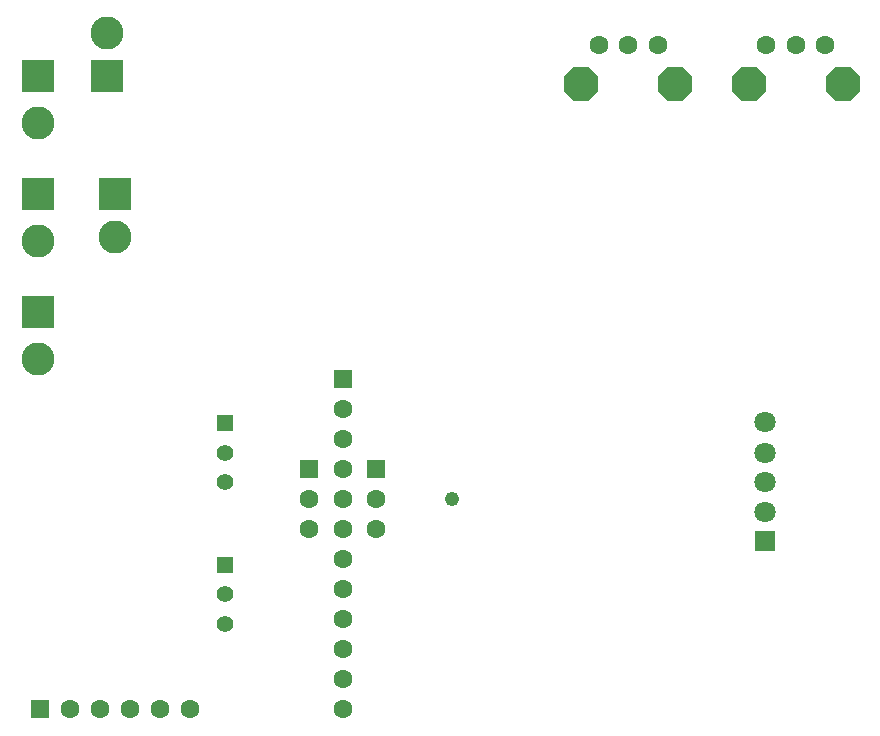
<source format=gbs>
G04*
G04 #@! TF.GenerationSoftware,Altium Limited,Altium Designer,24.2.2 (26)*
G04*
G04 Layer_Color=16711935*
%FSLAX44Y44*%
%MOMM*%
G71*
G04*
G04 #@! TF.SameCoordinates,CC1128A4-4406-4156-BFDA-932D597DC64E*
G04*
G04*
G04 #@! TF.FilePolarity,Negative*
G04*
G01*
G75*
%ADD58C,1.6000*%
%ADD59R,1.6000X1.6000*%
%ADD60R,1.6000X1.6000*%
%ADD61R,1.4000X1.4000*%
%ADD62C,1.4000*%
%ADD63R,2.8000X2.8000*%
%ADD64C,2.8000*%
G04:AMPARAMS|DCode=65|XSize=2.8mm|YSize=2.8mm|CornerRadius=0mm|HoleSize=0mm|Usage=FLASHONLY|Rotation=270.000|XOffset=0mm|YOffset=0mm|HoleType=Round|Shape=Octagon|*
%AMOCTAGOND65*
4,1,8,-0.7000,-1.4000,0.7000,-1.4000,1.4000,-0.7000,1.4000,0.7000,0.7000,1.4000,-0.7000,1.4000,-1.4000,0.7000,-1.4000,-0.7000,-0.7000,-1.4000,0.0*
%
%ADD65OCTAGOND65*%

%ADD66C,1.8000*%
%ADD67R,1.8000X1.8000*%
%ADD68C,1.2400*%
D58*
X299000Y51000D02*
D03*
X400000Y229000D02*
D03*
Y203600D02*
D03*
X197400Y51000D02*
D03*
X222800D02*
D03*
X248200D02*
D03*
X273600D02*
D03*
X456898Y229201D02*
D03*
Y203801D02*
D03*
X429000Y76800D02*
D03*
Y102200D02*
D03*
Y280000D02*
D03*
Y254600D02*
D03*
Y203800D02*
D03*
Y178400D02*
D03*
Y127600D02*
D03*
Y305400D02*
D03*
Y229200D02*
D03*
Y153000D02*
D03*
Y51400D02*
D03*
X787000Y613000D02*
D03*
X837000D02*
D03*
X812000Y613500D02*
D03*
X645000Y613000D02*
D03*
X695000D02*
D03*
X670000Y613500D02*
D03*
D59*
X400000Y254400D02*
D03*
X456898Y254601D02*
D03*
X429000Y330800D02*
D03*
D60*
X172000Y51000D02*
D03*
D61*
X329000Y173000D02*
D03*
Y293000D02*
D03*
D62*
Y148000D02*
D03*
Y123000D02*
D03*
Y268000D02*
D03*
Y243000D02*
D03*
D63*
X236000Y487000D02*
D03*
X170000Y387000D02*
D03*
X229000Y587000D02*
D03*
X170000D02*
D03*
Y487000D02*
D03*
D64*
X236000Y451000D02*
D03*
X170000Y347000D02*
D03*
X229000Y623000D02*
D03*
X170000Y547000D02*
D03*
Y447000D02*
D03*
D65*
X852000Y580500D02*
D03*
X772000D02*
D03*
X710000D02*
D03*
X630000D02*
D03*
D66*
X786000Y294000D02*
D03*
Y268000D02*
D03*
Y243000D02*
D03*
Y218000D02*
D03*
D67*
Y193000D02*
D03*
D68*
X521000Y229000D02*
D03*
M02*

</source>
